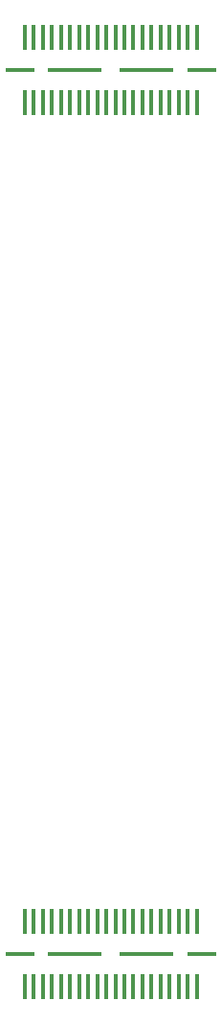
<source format=gbr>
G04 #@! TF.GenerationSoftware,KiCad,Pcbnew,5.0.2-bee76a0~70~ubuntu18.04.1*
G04 #@! TF.CreationDate,2019-05-09T10:07:15+02:00*
G04 #@! TF.ProjectId,smartcard,736d6172-7463-4617-9264-2e6b69636164,rev?*
G04 #@! TF.SameCoordinates,Original*
G04 #@! TF.FileFunction,Paste,Bot*
G04 #@! TF.FilePolarity,Positive*
%FSLAX46Y46*%
G04 Gerber Fmt 4.6, Leading zero omitted, Abs format (unit mm)*
G04 Created by KiCad (PCBNEW 5.0.2-bee76a0~70~ubuntu18.04.1) date jeu. 09 mai 2019 10:07:15 CEST*
%MOMM*%
%LPD*%
G01*
G04 APERTURE LIST*
%ADD10R,4.700000X0.430000*%
%ADD11R,2.540000X0.430000*%
%ADD12R,0.410000X2.270000*%
G04 APERTURE END LIST*
D10*
G04 #@! TO.C,P2*
X108576017Y-64876027D03*
X114926017Y-64876027D03*
D11*
X103686017Y-64876027D03*
D12*
X104951017Y-62011027D03*
X106551017Y-62011027D03*
X105751017Y-62011027D03*
X104151017Y-62011027D03*
X107351017Y-62011027D03*
X105751017Y-67741027D03*
X106551017Y-67741027D03*
X107351017Y-67741027D03*
X104951017Y-67741027D03*
X104151017Y-67741027D03*
D11*
X119816017Y-64876027D03*
D12*
X112951017Y-62011027D03*
X109751017Y-62011027D03*
X114551017Y-62011027D03*
X117751017Y-62011027D03*
X112151017Y-62011027D03*
X119351017Y-62011027D03*
X110551017Y-62011027D03*
X115351017Y-62011027D03*
X113751017Y-62011027D03*
X118551017Y-62011027D03*
X111351017Y-62011027D03*
X116951017Y-62011027D03*
X108951017Y-62011027D03*
X108151017Y-62011027D03*
X116151017Y-62011027D03*
X108951017Y-67741027D03*
X110551017Y-67741027D03*
X108151017Y-67741027D03*
X111351017Y-67741027D03*
X109751017Y-67741027D03*
X113751017Y-67741027D03*
X115351017Y-67741027D03*
X114551017Y-67741027D03*
X112951017Y-67741027D03*
X112151017Y-67741027D03*
X116151017Y-67741027D03*
X117751017Y-67741027D03*
X116951017Y-67741027D03*
X119351017Y-67741027D03*
X118551017Y-67741027D03*
G04 #@! TD*
D10*
G04 #@! TO.C,P1*
X108576017Y-142976027D03*
X114926017Y-142976027D03*
D11*
X103686017Y-142976027D03*
D12*
X104951017Y-140111027D03*
X106551017Y-140111027D03*
X105751017Y-140111027D03*
X104151017Y-140111027D03*
X107351017Y-140111027D03*
X105751017Y-145841027D03*
X106551017Y-145841027D03*
X107351017Y-145841027D03*
X104951017Y-145841027D03*
X104151017Y-145841027D03*
D11*
X119816017Y-142976027D03*
D12*
X112951017Y-140111027D03*
X109751017Y-140111027D03*
X114551017Y-140111027D03*
X117751017Y-140111027D03*
X112151017Y-140111027D03*
X119351017Y-140111027D03*
X110551017Y-140111027D03*
X115351017Y-140111027D03*
X113751017Y-140111027D03*
X118551017Y-140111027D03*
X111351017Y-140111027D03*
X116951017Y-140111027D03*
X108951017Y-140111027D03*
X108151017Y-140111027D03*
X116151017Y-140111027D03*
X108951017Y-145841027D03*
X110551017Y-145841027D03*
X108151017Y-145841027D03*
X111351017Y-145841027D03*
X109751017Y-145841027D03*
X113751017Y-145841027D03*
X115351017Y-145841027D03*
X114551017Y-145841027D03*
X112951017Y-145841027D03*
X112151017Y-145841027D03*
X116151017Y-145841027D03*
X117751017Y-145841027D03*
X116951017Y-145841027D03*
X119351017Y-145841027D03*
X118551017Y-145841027D03*
G04 #@! TD*
M02*

</source>
